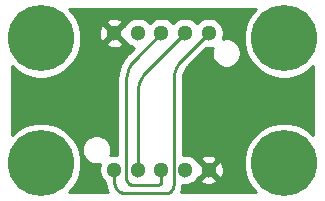
<source format=gbl>
%TF.GenerationSoftware,KiCad,Pcbnew,(5.1.10)-1*%
%TF.CreationDate,2021-09-16T22:13:13+09:00*%
%TF.ProjectId,EXTERNAL_LED_BOARD,45585445-524e-4414-9c5f-4c45445f424f,rev?*%
%TF.SameCoordinates,Original*%
%TF.FileFunction,Copper,L2,Bot*%
%TF.FilePolarity,Positive*%
%FSLAX46Y46*%
G04 Gerber Fmt 4.6, Leading zero omitted, Abs format (unit mm)*
G04 Created by KiCad (PCBNEW (5.1.10)-1) date 2021-09-16 22:13:13*
%MOMM*%
%LPD*%
G01*
G04 APERTURE LIST*
%TA.AperFunction,ComponentPad*%
%ADD10C,1.300000*%
%TD*%
%TA.AperFunction,ConnectorPad*%
%ADD11C,5.600000*%
%TD*%
%TA.AperFunction,ComponentPad*%
%ADD12C,3.600000*%
%TD*%
%TA.AperFunction,Conductor*%
%ADD13C,0.250000*%
%TD*%
%TA.AperFunction,Conductor*%
%ADD14C,0.254000*%
%TD*%
%TA.AperFunction,Conductor*%
%ADD15C,0.100000*%
%TD*%
G04 APERTURE END LIST*
D10*
%TO.P,J2,1*%
%TO.N,+5V*%
X138620000Y-93281500D03*
%TO.P,J2,2*%
%TO.N,/IN*%
X136620000Y-93281500D03*
%TO.P,J2,3*%
%TO.N,/OUT*%
X134620000Y-93281500D03*
%TO.P,J2,4*%
%TO.N,Net-(J2-Pad4)*%
X132620000Y-93281500D03*
%TO.P,J2,5*%
%TO.N,GND*%
X130620000Y-93281500D03*
%TD*%
%TO.P,J1,1*%
%TO.N,+5V*%
X130620000Y-104863900D03*
%TO.P,J1,2*%
%TO.N,/IN*%
X132620000Y-104863900D03*
%TO.P,J1,3*%
%TO.N,/OUT*%
X134620000Y-104863900D03*
%TO.P,J1,4*%
%TO.N,Net-(J1-Pad4)*%
X136620000Y-104863900D03*
%TO.P,J1,5*%
%TO.N,GND*%
X138620000Y-104863900D03*
%TD*%
D11*
%TO.P,H3,1*%
%TO.N,N/C*%
X124406000Y-104305500D03*
D12*
X124406000Y-104305500D03*
%TD*%
D11*
%TO.P,H4,1*%
%TO.N,N/C*%
X145006000Y-104305500D03*
D12*
X145006000Y-104305500D03*
%TD*%
D11*
%TO.P,H2,1*%
%TO.N,N/C*%
X145006000Y-93705501D03*
D12*
X145006000Y-93705501D03*
%TD*%
D11*
%TO.P,H1,1*%
%TO.N,N/C*%
X124406000Y-93705501D03*
D12*
X124406000Y-93705501D03*
%TD*%
D13*
%TO.N,+5V*%
X130620000Y-105783138D02*
X130621117Y-105851351D01*
X130621117Y-105851351D02*
X130624472Y-105917330D01*
X130624472Y-105917330D02*
X130630062Y-105981071D01*
X130630062Y-105981071D02*
X130637891Y-106042577D01*
X130637891Y-106042577D02*
X130647956Y-106101845D01*
X130647956Y-106101845D02*
X130660256Y-106158877D01*
X130660256Y-106158877D02*
X130674794Y-106213672D01*
X130674794Y-106213672D02*
X130691568Y-106266232D01*
X130691568Y-106266232D02*
X130710579Y-106316553D01*
X130710579Y-106316553D02*
X130731826Y-106364639D01*
X130731826Y-106364639D02*
X130755310Y-106410489D01*
X130755310Y-106410489D02*
X130781030Y-106454101D01*
X130781030Y-106454101D02*
X130808987Y-106495478D01*
X130808987Y-106495478D02*
X130839180Y-106534617D01*
X130839180Y-106534617D02*
X130871610Y-106571520D01*
X130871610Y-106571520D02*
X130906277Y-106606186D01*
X130906277Y-106606186D02*
X130943180Y-106638617D01*
X130943180Y-106638617D02*
X130982319Y-106668810D01*
X130982319Y-106668810D02*
X131023695Y-106696767D01*
X131023695Y-106696767D02*
X131067308Y-106722487D01*
X131067308Y-106722487D02*
X131113157Y-106745970D01*
X131113157Y-106745970D02*
X131161244Y-106767218D01*
X131161244Y-106767218D02*
X131211565Y-106786229D01*
X131211565Y-106786229D02*
X131264124Y-106803003D01*
X131264124Y-106803003D02*
X131318920Y-106817541D01*
X131318920Y-106817541D02*
X131375952Y-106829842D01*
X131375952Y-106829842D02*
X131435220Y-106839906D01*
X131435220Y-106839906D02*
X131496726Y-106847733D01*
X131496726Y-106847733D02*
X131560468Y-106853326D01*
X131560468Y-106853326D02*
X131626445Y-106856680D01*
X131626445Y-106856680D02*
X131694662Y-106857800D01*
X134861300Y-106857800D02*
X134911044Y-106856982D01*
X134911044Y-106856982D02*
X134959159Y-106854537D01*
X134959159Y-106854537D02*
X135005642Y-106850458D01*
X135005642Y-106850458D02*
X135050496Y-106844751D01*
X135050496Y-106844751D02*
X135093718Y-106837411D01*
X135093718Y-106837411D02*
X135135308Y-106828441D01*
X135135308Y-106828441D02*
X135175268Y-106817838D01*
X135175268Y-106817838D02*
X135213596Y-106805607D01*
X135213596Y-106805607D02*
X135250294Y-106791743D01*
X135250294Y-106791743D02*
X135285361Y-106776247D01*
X135285361Y-106776247D02*
X135318795Y-106759123D01*
X135318795Y-106759123D02*
X135350601Y-106740366D01*
X135350601Y-106740366D02*
X135380774Y-106719979D01*
X135380774Y-106719979D02*
X135409318Y-106697960D01*
X135409318Y-106697960D02*
X135436228Y-106674310D01*
X135436228Y-106674310D02*
X135461509Y-106649029D01*
X135461509Y-106649029D02*
X135485159Y-106622118D01*
X135485159Y-106622118D02*
X135507178Y-106593576D01*
X135507178Y-106593576D02*
X135527565Y-106563401D01*
X135527565Y-106563401D02*
X135546322Y-106531597D01*
X135546322Y-106531597D02*
X135563447Y-106498161D01*
X135563447Y-106498161D02*
X135578941Y-106463094D01*
X135578941Y-106463094D02*
X135592805Y-106426398D01*
X135592805Y-106426398D02*
X135605038Y-106388068D01*
X135605038Y-106388068D02*
X135615639Y-106348109D01*
X135615639Y-106348109D02*
X135624610Y-106306518D01*
X135624610Y-106306518D02*
X135631950Y-106263297D01*
X135631950Y-106263297D02*
X135637658Y-106218443D01*
X135637658Y-106218443D02*
X135641735Y-106171960D01*
X135641735Y-106171960D02*
X135644182Y-106123845D01*
X135644182Y-106123845D02*
X135644999Y-106074101D01*
X131694662Y-106857800D02*
X134861300Y-106857800D01*
X130620000Y-104863900D02*
X130620000Y-105783138D01*
X135644999Y-97256501D02*
X135644999Y-106074101D01*
X135644999Y-97256501D02*
X135647906Y-97138041D01*
X135647906Y-97138041D02*
X135656623Y-97019866D01*
X135656623Y-97019866D02*
X135671128Y-96902262D01*
X135671128Y-96902262D02*
X135691386Y-96785511D01*
X135691386Y-96785511D02*
X135717349Y-96669894D01*
X135717349Y-96669894D02*
X135748953Y-96555691D01*
X135748953Y-96555691D02*
X135786123Y-96443176D01*
X135786123Y-96443176D02*
X135828769Y-96332621D01*
X135828769Y-96332621D02*
X135876788Y-96224291D01*
X135876788Y-96224291D02*
X135930065Y-96118448D01*
X135930065Y-96118448D02*
X135988471Y-96015347D01*
X135988471Y-96015347D02*
X136051866Y-95915235D01*
X136051866Y-95915235D02*
X136120097Y-95818355D01*
X136120097Y-95818355D02*
X136192999Y-95724939D01*
X136192999Y-95724939D02*
X136270397Y-95635214D01*
X136270397Y-95635214D02*
X136352105Y-95549394D01*
X136352105Y-95549394D02*
X138620000Y-93281500D01*
%TO.N,/IN*%
X133327106Y-96574393D02*
X136620000Y-93281500D01*
X133327106Y-96574393D02*
X133245398Y-96660212D01*
X133245398Y-96660212D02*
X133168000Y-96749938D01*
X133168000Y-96749938D02*
X133095098Y-96843354D01*
X133095098Y-96843354D02*
X133026867Y-96940234D01*
X133026867Y-96940234D02*
X132963472Y-97040345D01*
X132963472Y-97040345D02*
X132905066Y-97143447D01*
X132905066Y-97143447D02*
X132851789Y-97249290D01*
X132851789Y-97249290D02*
X132803770Y-97357620D01*
X132803770Y-97357620D02*
X132761124Y-97468175D01*
X132761124Y-97468175D02*
X132723954Y-97580690D01*
X132723954Y-97580690D02*
X132692350Y-97694893D01*
X132692350Y-97694893D02*
X132666387Y-97810510D01*
X132666387Y-97810510D02*
X132646129Y-97927261D01*
X132646129Y-97927261D02*
X132631624Y-98044865D01*
X132631624Y-98044865D02*
X132622907Y-98163040D01*
X132622907Y-98163040D02*
X132620000Y-98281500D01*
X132620000Y-98281500D02*
X132620000Y-104863900D01*
%TO.N,/OUT*%
X132245100Y-106146600D02*
X132207007Y-106145974D01*
X132207007Y-106145974D02*
X132170164Y-106144100D01*
X132170164Y-106144100D02*
X132134570Y-106140978D01*
X132134570Y-106140978D02*
X132100225Y-106136607D01*
X132100225Y-106136607D02*
X132067129Y-106130987D01*
X132067129Y-106130987D02*
X132035282Y-106124119D01*
X132035282Y-106124119D02*
X132004684Y-106116000D01*
X132004684Y-106116000D02*
X131975334Y-106106634D01*
X131975334Y-106106634D02*
X131947233Y-106096018D01*
X131947233Y-106096018D02*
X131920383Y-106084153D01*
X131920383Y-106084153D02*
X131894779Y-106071040D01*
X131894779Y-106071040D02*
X131870425Y-106056677D01*
X131870425Y-106056677D02*
X131847321Y-106041066D01*
X131847321Y-106041066D02*
X131825465Y-106024206D01*
X131825465Y-106024206D02*
X131804858Y-106006096D01*
X131804858Y-106006096D02*
X131785500Y-105986738D01*
X131785500Y-105986738D02*
X131767390Y-105966131D01*
X131767390Y-105966131D02*
X131750530Y-105944275D01*
X131750530Y-105944275D02*
X131734919Y-105921170D01*
X131734919Y-105921170D02*
X131720556Y-105896817D01*
X131720556Y-105896817D02*
X131707443Y-105871213D01*
X131707443Y-105871213D02*
X131695578Y-105844363D01*
X131695578Y-105844363D02*
X131684962Y-105816262D01*
X131684962Y-105816262D02*
X131675596Y-105786912D01*
X131675596Y-105786912D02*
X131667477Y-105756314D01*
X131667477Y-105756314D02*
X131660610Y-105724466D01*
X131660610Y-105724466D02*
X131654989Y-105691371D01*
X131654989Y-105691371D02*
X131650618Y-105657026D01*
X131650618Y-105657026D02*
X131647495Y-105621432D01*
X131647495Y-105621432D02*
X131645621Y-105584590D01*
X131645621Y-105584590D02*
X131644999Y-105546499D01*
X134620000Y-105778300D02*
X134619614Y-105801677D01*
X134619614Y-105801677D02*
X134618465Y-105824288D01*
X134618465Y-105824288D02*
X134616550Y-105846133D01*
X134616550Y-105846133D02*
X134613866Y-105867212D01*
X134613866Y-105867212D02*
X134610418Y-105887523D01*
X134610418Y-105887523D02*
X134606202Y-105907069D01*
X134606202Y-105907069D02*
X134601219Y-105925848D01*
X134601219Y-105925848D02*
X134595470Y-105943861D01*
X134595470Y-105943861D02*
X134588956Y-105961107D01*
X134588956Y-105961107D02*
X134581674Y-105977586D01*
X134581674Y-105977586D02*
X134573626Y-105993300D01*
X134573626Y-105993300D02*
X134564812Y-106008246D01*
X134564812Y-106008246D02*
X134555230Y-106022427D01*
X134555230Y-106022427D02*
X134544882Y-106035840D01*
X134544882Y-106035840D02*
X134533769Y-106048487D01*
X134533769Y-106048487D02*
X134521887Y-106060368D01*
X134521887Y-106060368D02*
X134509241Y-106071483D01*
X134509241Y-106071483D02*
X134495827Y-106081831D01*
X134495827Y-106081831D02*
X134481647Y-106091411D01*
X134481647Y-106091411D02*
X134466700Y-106100226D01*
X134466700Y-106100226D02*
X134450986Y-106108274D01*
X134450986Y-106108274D02*
X134434507Y-106115556D01*
X134434507Y-106115556D02*
X134417261Y-106122071D01*
X134417261Y-106122071D02*
X134399249Y-106127819D01*
X134399249Y-106127819D02*
X134380468Y-106132802D01*
X134380468Y-106132802D02*
X134360925Y-106137017D01*
X134360925Y-106137017D02*
X134340612Y-106140467D01*
X134340612Y-106140467D02*
X134319533Y-106143149D01*
X134319533Y-106143149D02*
X134297687Y-106145065D01*
X134297687Y-106145065D02*
X134275077Y-106146216D01*
X134275077Y-106146216D02*
X134251700Y-106146600D01*
X132245100Y-106146600D02*
X134251700Y-106146600D01*
X134620000Y-105778300D02*
X134620000Y-104863900D01*
X131644999Y-97256501D02*
X131644999Y-105546499D01*
X131644999Y-97256501D02*
X131647906Y-97138041D01*
X131647906Y-97138041D02*
X131656623Y-97019866D01*
X131656623Y-97019866D02*
X131671128Y-96902262D01*
X131671128Y-96902262D02*
X131691386Y-96785511D01*
X131691386Y-96785511D02*
X131717349Y-96669894D01*
X131717349Y-96669894D02*
X131748953Y-96555691D01*
X131748953Y-96555691D02*
X131786123Y-96443176D01*
X131786123Y-96443176D02*
X131828769Y-96332621D01*
X131828769Y-96332621D02*
X131876788Y-96224291D01*
X131876788Y-96224291D02*
X131930065Y-96118448D01*
X131930065Y-96118448D02*
X131988471Y-96015347D01*
X131988471Y-96015347D02*
X132051866Y-95915235D01*
X132051866Y-95915235D02*
X132120097Y-95818355D01*
X132120097Y-95818355D02*
X132192999Y-95724939D01*
X132192999Y-95724939D02*
X132270397Y-95635214D01*
X132270397Y-95635214D02*
X132352105Y-95549394D01*
X132352105Y-95549394D02*
X134620000Y-93281500D01*
%TD*%
D14*
%TO.N,GND*%
X142337862Y-91515816D02*
X141961943Y-92078419D01*
X141703006Y-92703549D01*
X141571000Y-93367183D01*
X141571000Y-94043819D01*
X141703006Y-94707453D01*
X141961943Y-95332583D01*
X142337862Y-95895186D01*
X142816315Y-96373639D01*
X143378918Y-96749558D01*
X144004048Y-97008495D01*
X144667682Y-97140501D01*
X145344318Y-97140501D01*
X146007952Y-97008495D01*
X146633082Y-96749558D01*
X147195685Y-96373639D01*
X147470999Y-96098325D01*
X147471001Y-101912678D01*
X147195685Y-101637362D01*
X146633082Y-101261443D01*
X146007952Y-101002506D01*
X145344318Y-100870500D01*
X144667682Y-100870500D01*
X144004048Y-101002506D01*
X143378918Y-101261443D01*
X142816315Y-101637362D01*
X142337862Y-102115815D01*
X141961943Y-102678418D01*
X141703006Y-103303548D01*
X141571000Y-103967182D01*
X141571000Y-104643818D01*
X141703006Y-105307452D01*
X141961943Y-105932582D01*
X142337862Y-106495185D01*
X142613177Y-106770500D01*
X136274779Y-106770500D01*
X136276698Y-106766620D01*
X136282531Y-106751180D01*
X136289195Y-106736098D01*
X136295709Y-106716299D01*
X136297595Y-106711308D01*
X136305475Y-106693034D01*
X136310784Y-106676400D01*
X136316951Y-106660076D01*
X136322124Y-106640866D01*
X136323449Y-106636716D01*
X136330053Y-106619036D01*
X136334792Y-106601174D01*
X136340409Y-106583573D01*
X136344357Y-106565118D01*
X136345227Y-106561838D01*
X136350682Y-106544846D01*
X136354799Y-106525758D01*
X136359800Y-106506908D01*
X136362661Y-106489311D01*
X136363204Y-106486793D01*
X136367631Y-106470569D01*
X136371066Y-106450341D01*
X136375396Y-106430267D01*
X136377316Y-106413542D01*
X136377626Y-106411715D01*
X136381156Y-106396273D01*
X136383870Y-106374943D01*
X136387472Y-106353735D01*
X136388581Y-106337926D01*
X136388742Y-106336662D01*
X136391489Y-106322037D01*
X136393454Y-106299638D01*
X136396290Y-106277350D01*
X136396712Y-106262486D01*
X136396787Y-106261639D01*
X136398857Y-106247846D01*
X136400045Y-106224491D01*
X136402090Y-106201175D01*
X136401941Y-106187218D01*
X136401969Y-106186656D01*
X136403466Y-106173653D01*
X136403864Y-106149398D01*
X136404787Y-106131266D01*
X136493439Y-106148900D01*
X136746561Y-106148900D01*
X136994821Y-106099519D01*
X137228676Y-106002653D01*
X137439140Y-105862025D01*
X137551738Y-105749427D01*
X137914078Y-105749427D01*
X137967466Y-105978101D01*
X138197374Y-106083995D01*
X138443524Y-106143002D01*
X138696455Y-106152852D01*
X138946449Y-106113170D01*
X139183896Y-106025478D01*
X139272534Y-105978101D01*
X139325922Y-105749427D01*
X138620000Y-105043505D01*
X137914078Y-105749427D01*
X137551738Y-105749427D01*
X137618125Y-105683040D01*
X137699267Y-105561603D01*
X137734473Y-105569822D01*
X138440395Y-104863900D01*
X138799605Y-104863900D01*
X139505527Y-105569822D01*
X139734201Y-105516434D01*
X139840095Y-105286526D01*
X139899102Y-105040376D01*
X139908952Y-104787445D01*
X139869270Y-104537451D01*
X139781578Y-104300004D01*
X139734201Y-104211366D01*
X139505527Y-104157978D01*
X138799605Y-104863900D01*
X138440395Y-104863900D01*
X137734473Y-104157978D01*
X137699267Y-104166197D01*
X137618125Y-104044760D01*
X137551738Y-103978373D01*
X137914078Y-103978373D01*
X138620000Y-104684295D01*
X139325922Y-103978373D01*
X139272534Y-103749699D01*
X139042626Y-103643805D01*
X138796476Y-103584798D01*
X138543545Y-103574948D01*
X138293551Y-103614630D01*
X138056104Y-103702322D01*
X137967466Y-103749699D01*
X137914078Y-103978373D01*
X137551738Y-103978373D01*
X137439140Y-103865775D01*
X137228676Y-103725147D01*
X136994821Y-103628281D01*
X136746561Y-103578900D01*
X136493439Y-103578900D01*
X136404999Y-103596491D01*
X136404999Y-97265811D01*
X136407219Y-97175337D01*
X136413192Y-97094373D01*
X136423129Y-97013804D01*
X136437007Y-96933824D01*
X136454791Y-96854628D01*
X136476447Y-96776370D01*
X136501911Y-96699292D01*
X136531133Y-96623538D01*
X136564030Y-96549322D01*
X136600527Y-96476816D01*
X136640536Y-96406189D01*
X136683977Y-96337589D01*
X136730717Y-96271223D01*
X136780668Y-96207217D01*
X136833684Y-96145758D01*
X136896102Y-96080198D01*
X138423677Y-94552624D01*
X138493439Y-94566500D01*
X138746561Y-94566500D01*
X138973872Y-94521286D01*
X138932460Y-94621264D01*
X138885000Y-94859863D01*
X138885000Y-95103137D01*
X138932460Y-95341736D01*
X139025557Y-95566492D01*
X139160713Y-95768767D01*
X139332733Y-95940787D01*
X139535008Y-96075943D01*
X139759764Y-96169040D01*
X139998363Y-96216500D01*
X140241637Y-96216500D01*
X140480236Y-96169040D01*
X140704992Y-96075943D01*
X140907267Y-95940787D01*
X141079287Y-95768767D01*
X141214443Y-95566492D01*
X141307540Y-95341736D01*
X141355000Y-95103137D01*
X141355000Y-94859863D01*
X141307540Y-94621264D01*
X141214443Y-94396508D01*
X141079287Y-94194233D01*
X140907267Y-94022213D01*
X140704992Y-93887057D01*
X140480236Y-93793960D01*
X140241637Y-93746500D01*
X139998363Y-93746500D01*
X139802095Y-93785540D01*
X139855619Y-93656321D01*
X139905000Y-93408061D01*
X139905000Y-93154939D01*
X139855619Y-92906679D01*
X139758753Y-92672824D01*
X139618125Y-92462360D01*
X139439140Y-92283375D01*
X139228676Y-92142747D01*
X138994821Y-92045881D01*
X138746561Y-91996500D01*
X138493439Y-91996500D01*
X138245179Y-92045881D01*
X138011324Y-92142747D01*
X137800860Y-92283375D01*
X137621875Y-92462360D01*
X137620000Y-92465166D01*
X137618125Y-92462360D01*
X137439140Y-92283375D01*
X137228676Y-92142747D01*
X136994821Y-92045881D01*
X136746561Y-91996500D01*
X136493439Y-91996500D01*
X136245179Y-92045881D01*
X136011324Y-92142747D01*
X135800860Y-92283375D01*
X135621875Y-92462360D01*
X135620000Y-92465166D01*
X135618125Y-92462360D01*
X135439140Y-92283375D01*
X135228676Y-92142747D01*
X134994821Y-92045881D01*
X134746561Y-91996500D01*
X134493439Y-91996500D01*
X134245179Y-92045881D01*
X134011324Y-92142747D01*
X133800860Y-92283375D01*
X133621875Y-92462360D01*
X133620000Y-92465166D01*
X133618125Y-92462360D01*
X133439140Y-92283375D01*
X133228676Y-92142747D01*
X132994821Y-92045881D01*
X132746561Y-91996500D01*
X132493439Y-91996500D01*
X132245179Y-92045881D01*
X132011324Y-92142747D01*
X131800860Y-92283375D01*
X131621875Y-92462360D01*
X131540733Y-92583797D01*
X131505527Y-92575578D01*
X130799605Y-93281500D01*
X131505527Y-93987422D01*
X131540733Y-93979203D01*
X131621875Y-94100640D01*
X131800860Y-94279625D01*
X132011324Y-94420253D01*
X132245179Y-94517119D01*
X132298895Y-94527803D01*
X131834503Y-94992195D01*
X131827422Y-94998303D01*
X131808091Y-95018607D01*
X131788306Y-95038392D01*
X131782384Y-95045608D01*
X131732830Y-95097656D01*
X131719306Y-95110532D01*
X131707107Y-95124673D01*
X131694229Y-95138200D01*
X131682741Y-95152921D01*
X131629701Y-95214407D01*
X131616823Y-95227934D01*
X131605336Y-95242653D01*
X131593138Y-95256794D01*
X131582382Y-95272066D01*
X131532431Y-95336073D01*
X131520231Y-95350216D01*
X131509474Y-95365490D01*
X131497984Y-95380213D01*
X131487994Y-95395989D01*
X131441239Y-95462376D01*
X131429750Y-95477098D01*
X131419760Y-95492874D01*
X131409007Y-95508142D01*
X131399802Y-95524390D01*
X131356355Y-95593001D01*
X131345607Y-95608262D01*
X131336406Y-95624504D01*
X131326409Y-95640291D01*
X131318009Y-95656980D01*
X131277996Y-95727612D01*
X131268000Y-95743397D01*
X131259599Y-95760087D01*
X131250398Y-95776329D01*
X131242833Y-95793395D01*
X131206321Y-95865934D01*
X131197117Y-95882180D01*
X131189550Y-95899252D01*
X131181153Y-95915933D01*
X131174432Y-95933356D01*
X131141526Y-96007591D01*
X131133131Y-96024269D01*
X131126410Y-96041692D01*
X131118840Y-96058770D01*
X131112982Y-96076502D01*
X131083757Y-96152265D01*
X131076193Y-96169329D01*
X131070339Y-96187051D01*
X131063613Y-96204486D01*
X131058629Y-96222497D01*
X131033166Y-96299574D01*
X131026440Y-96317011D01*
X131021455Y-96335024D01*
X131015602Y-96352742D01*
X131011513Y-96370950D01*
X130989853Y-96449220D01*
X130983996Y-96466950D01*
X130979904Y-96485171D01*
X130974922Y-96503175D01*
X130971729Y-96521577D01*
X130953939Y-96600801D01*
X130948958Y-96618799D01*
X130945766Y-96637197D01*
X130941674Y-96655418D01*
X130939388Y-96673954D01*
X130925506Y-96753957D01*
X130921414Y-96772179D01*
X130919128Y-96790716D01*
X130915935Y-96809116D01*
X130914561Y-96827738D01*
X130904622Y-96908325D01*
X130901429Y-96926726D01*
X130900055Y-96945353D01*
X130897769Y-96963887D01*
X130897311Y-96982555D01*
X130891337Y-97063541D01*
X130889051Y-97082075D01*
X130888593Y-97100739D01*
X130887219Y-97119365D01*
X130887678Y-97138040D01*
X130885915Y-97209872D01*
X130884999Y-97219169D01*
X130884999Y-97247184D01*
X130884312Y-97275178D01*
X130884999Y-97284490D01*
X130885000Y-103606437D01*
X130746561Y-103578900D01*
X130493439Y-103578900D01*
X130266128Y-103624114D01*
X130307540Y-103524136D01*
X130355000Y-103285537D01*
X130355000Y-103042263D01*
X130307540Y-102803664D01*
X130214443Y-102578908D01*
X130079287Y-102376633D01*
X129907267Y-102204613D01*
X129704992Y-102069457D01*
X129480236Y-101976360D01*
X129241637Y-101928900D01*
X128998363Y-101928900D01*
X128759764Y-101976360D01*
X128535008Y-102069457D01*
X128332733Y-102204613D01*
X128160713Y-102376633D01*
X128025557Y-102578908D01*
X127932460Y-102803664D01*
X127885000Y-103042263D01*
X127885000Y-103285537D01*
X127932460Y-103524136D01*
X128025557Y-103748892D01*
X128160713Y-103951167D01*
X128332733Y-104123187D01*
X128535008Y-104258343D01*
X128759764Y-104351440D01*
X128998363Y-104398900D01*
X129241637Y-104398900D01*
X129437905Y-104359860D01*
X129384381Y-104489079D01*
X129335000Y-104737339D01*
X129335000Y-104990461D01*
X129384381Y-105238721D01*
X129481247Y-105472576D01*
X129621875Y-105683040D01*
X129800860Y-105862025D01*
X129862036Y-105902901D01*
X129863328Y-105914133D01*
X129864266Y-105932582D01*
X129864117Y-105946535D01*
X129866160Y-105969835D01*
X129867349Y-105993210D01*
X129869421Y-106007014D01*
X129871009Y-106025120D01*
X129871432Y-106040001D01*
X129874267Y-106062273D01*
X129876230Y-106084657D01*
X129878980Y-106099300D01*
X129881261Y-106117218D01*
X129882369Y-106133013D01*
X129885972Y-106154228D01*
X129888689Y-106175575D01*
X129892218Y-106191010D01*
X129895249Y-106208855D01*
X129897167Y-106225575D01*
X129901499Y-106245663D01*
X129904935Y-106265894D01*
X129909359Y-106282108D01*
X129913233Y-106300070D01*
X129916098Y-106317689D01*
X129921096Y-106336526D01*
X129925208Y-106355594D01*
X129930665Y-106372596D01*
X129935475Y-106390725D01*
X129939421Y-106409170D01*
X129945040Y-106426777D01*
X129949783Y-106444654D01*
X129956388Y-106462334D01*
X129962248Y-106480697D01*
X129967420Y-106499903D01*
X129973587Y-106516227D01*
X129978896Y-106532862D01*
X129986776Y-106551137D01*
X129993808Y-106569751D01*
X130000328Y-106589565D01*
X130006991Y-106604645D01*
X130012819Y-106620071D01*
X130022069Y-106638770D01*
X130030390Y-106657601D01*
X130038374Y-106677874D01*
X130045463Y-106691714D01*
X130051752Y-106705948D01*
X130062477Y-106724932D01*
X130072170Y-106743858D01*
X130081708Y-106764401D01*
X130085305Y-106770500D01*
X126798823Y-106770500D01*
X127074138Y-106495185D01*
X127450057Y-105932582D01*
X127708994Y-105307452D01*
X127841000Y-104643818D01*
X127841000Y-103967182D01*
X127708994Y-103303548D01*
X127450057Y-102678418D01*
X127074138Y-102115815D01*
X126595685Y-101637362D01*
X126033082Y-101261443D01*
X125407952Y-101002506D01*
X124744318Y-100870500D01*
X124067682Y-100870500D01*
X123404048Y-101002506D01*
X122778918Y-101261443D01*
X122216315Y-101637362D01*
X121941000Y-101912677D01*
X121941000Y-96098324D01*
X122216315Y-96373639D01*
X122778918Y-96749558D01*
X123404048Y-97008495D01*
X124067682Y-97140501D01*
X124744318Y-97140501D01*
X125407952Y-97008495D01*
X126033082Y-96749558D01*
X126595685Y-96373639D01*
X127074138Y-95895186D01*
X127450057Y-95332583D01*
X127708994Y-94707453D01*
X127816492Y-94167027D01*
X129914078Y-94167027D01*
X129967466Y-94395701D01*
X130197374Y-94501595D01*
X130443524Y-94560602D01*
X130696455Y-94570452D01*
X130946449Y-94530770D01*
X131183896Y-94443078D01*
X131272534Y-94395701D01*
X131325922Y-94167027D01*
X130620000Y-93461105D01*
X129914078Y-94167027D01*
X127816492Y-94167027D01*
X127841000Y-94043819D01*
X127841000Y-93367183D01*
X127839165Y-93357955D01*
X129331048Y-93357955D01*
X129370730Y-93607949D01*
X129458422Y-93845396D01*
X129505799Y-93934034D01*
X129734473Y-93987422D01*
X130440395Y-93281500D01*
X129734473Y-92575578D01*
X129505799Y-92628966D01*
X129399905Y-92858874D01*
X129340898Y-93105024D01*
X129331048Y-93357955D01*
X127839165Y-93357955D01*
X127708994Y-92703549D01*
X127581593Y-92395973D01*
X129914078Y-92395973D01*
X130620000Y-93101895D01*
X131325922Y-92395973D01*
X131272534Y-92167299D01*
X131042626Y-92061405D01*
X130796476Y-92002398D01*
X130543545Y-91992548D01*
X130293551Y-92032230D01*
X130056104Y-92119922D01*
X129967466Y-92167299D01*
X129914078Y-92395973D01*
X127581593Y-92395973D01*
X127450057Y-92078419D01*
X127074138Y-91515816D01*
X126798823Y-91240501D01*
X142613177Y-91240501D01*
X142337862Y-91515816D01*
%TA.AperFunction,Conductor*%
D15*
G36*
X142337862Y-91515816D02*
G01*
X141961943Y-92078419D01*
X141703006Y-92703549D01*
X141571000Y-93367183D01*
X141571000Y-94043819D01*
X141703006Y-94707453D01*
X141961943Y-95332583D01*
X142337862Y-95895186D01*
X142816315Y-96373639D01*
X143378918Y-96749558D01*
X144004048Y-97008495D01*
X144667682Y-97140501D01*
X145344318Y-97140501D01*
X146007952Y-97008495D01*
X146633082Y-96749558D01*
X147195685Y-96373639D01*
X147470999Y-96098325D01*
X147471001Y-101912678D01*
X147195685Y-101637362D01*
X146633082Y-101261443D01*
X146007952Y-101002506D01*
X145344318Y-100870500D01*
X144667682Y-100870500D01*
X144004048Y-101002506D01*
X143378918Y-101261443D01*
X142816315Y-101637362D01*
X142337862Y-102115815D01*
X141961943Y-102678418D01*
X141703006Y-103303548D01*
X141571000Y-103967182D01*
X141571000Y-104643818D01*
X141703006Y-105307452D01*
X141961943Y-105932582D01*
X142337862Y-106495185D01*
X142613177Y-106770500D01*
X136274779Y-106770500D01*
X136276698Y-106766620D01*
X136282531Y-106751180D01*
X136289195Y-106736098D01*
X136295709Y-106716299D01*
X136297595Y-106711308D01*
X136305475Y-106693034D01*
X136310784Y-106676400D01*
X136316951Y-106660076D01*
X136322124Y-106640866D01*
X136323449Y-106636716D01*
X136330053Y-106619036D01*
X136334792Y-106601174D01*
X136340409Y-106583573D01*
X136344357Y-106565118D01*
X136345227Y-106561838D01*
X136350682Y-106544846D01*
X136354799Y-106525758D01*
X136359800Y-106506908D01*
X136362661Y-106489311D01*
X136363204Y-106486793D01*
X136367631Y-106470569D01*
X136371066Y-106450341D01*
X136375396Y-106430267D01*
X136377316Y-106413542D01*
X136377626Y-106411715D01*
X136381156Y-106396273D01*
X136383870Y-106374943D01*
X136387472Y-106353735D01*
X136388581Y-106337926D01*
X136388742Y-106336662D01*
X136391489Y-106322037D01*
X136393454Y-106299638D01*
X136396290Y-106277350D01*
X136396712Y-106262486D01*
X136396787Y-106261639D01*
X136398857Y-106247846D01*
X136400045Y-106224491D01*
X136402090Y-106201175D01*
X136401941Y-106187218D01*
X136401969Y-106186656D01*
X136403466Y-106173653D01*
X136403864Y-106149398D01*
X136404787Y-106131266D01*
X136493439Y-106148900D01*
X136746561Y-106148900D01*
X136994821Y-106099519D01*
X137228676Y-106002653D01*
X137439140Y-105862025D01*
X137551738Y-105749427D01*
X137914078Y-105749427D01*
X137967466Y-105978101D01*
X138197374Y-106083995D01*
X138443524Y-106143002D01*
X138696455Y-106152852D01*
X138946449Y-106113170D01*
X139183896Y-106025478D01*
X139272534Y-105978101D01*
X139325922Y-105749427D01*
X138620000Y-105043505D01*
X137914078Y-105749427D01*
X137551738Y-105749427D01*
X137618125Y-105683040D01*
X137699267Y-105561603D01*
X137734473Y-105569822D01*
X138440395Y-104863900D01*
X138799605Y-104863900D01*
X139505527Y-105569822D01*
X139734201Y-105516434D01*
X139840095Y-105286526D01*
X139899102Y-105040376D01*
X139908952Y-104787445D01*
X139869270Y-104537451D01*
X139781578Y-104300004D01*
X139734201Y-104211366D01*
X139505527Y-104157978D01*
X138799605Y-104863900D01*
X138440395Y-104863900D01*
X137734473Y-104157978D01*
X137699267Y-104166197D01*
X137618125Y-104044760D01*
X137551738Y-103978373D01*
X137914078Y-103978373D01*
X138620000Y-104684295D01*
X139325922Y-103978373D01*
X139272534Y-103749699D01*
X139042626Y-103643805D01*
X138796476Y-103584798D01*
X138543545Y-103574948D01*
X138293551Y-103614630D01*
X138056104Y-103702322D01*
X137967466Y-103749699D01*
X137914078Y-103978373D01*
X137551738Y-103978373D01*
X137439140Y-103865775D01*
X137228676Y-103725147D01*
X136994821Y-103628281D01*
X136746561Y-103578900D01*
X136493439Y-103578900D01*
X136404999Y-103596491D01*
X136404999Y-97265811D01*
X136407219Y-97175337D01*
X136413192Y-97094373D01*
X136423129Y-97013804D01*
X136437007Y-96933824D01*
X136454791Y-96854628D01*
X136476447Y-96776370D01*
X136501911Y-96699292D01*
X136531133Y-96623538D01*
X136564030Y-96549322D01*
X136600527Y-96476816D01*
X136640536Y-96406189D01*
X136683977Y-96337589D01*
X136730717Y-96271223D01*
X136780668Y-96207217D01*
X136833684Y-96145758D01*
X136896102Y-96080198D01*
X138423677Y-94552624D01*
X138493439Y-94566500D01*
X138746561Y-94566500D01*
X138973872Y-94521286D01*
X138932460Y-94621264D01*
X138885000Y-94859863D01*
X138885000Y-95103137D01*
X138932460Y-95341736D01*
X139025557Y-95566492D01*
X139160713Y-95768767D01*
X139332733Y-95940787D01*
X139535008Y-96075943D01*
X139759764Y-96169040D01*
X139998363Y-96216500D01*
X140241637Y-96216500D01*
X140480236Y-96169040D01*
X140704992Y-96075943D01*
X140907267Y-95940787D01*
X141079287Y-95768767D01*
X141214443Y-95566492D01*
X141307540Y-95341736D01*
X141355000Y-95103137D01*
X141355000Y-94859863D01*
X141307540Y-94621264D01*
X141214443Y-94396508D01*
X141079287Y-94194233D01*
X140907267Y-94022213D01*
X140704992Y-93887057D01*
X140480236Y-93793960D01*
X140241637Y-93746500D01*
X139998363Y-93746500D01*
X139802095Y-93785540D01*
X139855619Y-93656321D01*
X139905000Y-93408061D01*
X139905000Y-93154939D01*
X139855619Y-92906679D01*
X139758753Y-92672824D01*
X139618125Y-92462360D01*
X139439140Y-92283375D01*
X139228676Y-92142747D01*
X138994821Y-92045881D01*
X138746561Y-91996500D01*
X138493439Y-91996500D01*
X138245179Y-92045881D01*
X138011324Y-92142747D01*
X137800860Y-92283375D01*
X137621875Y-92462360D01*
X137620000Y-92465166D01*
X137618125Y-92462360D01*
X137439140Y-92283375D01*
X137228676Y-92142747D01*
X136994821Y-92045881D01*
X136746561Y-91996500D01*
X136493439Y-91996500D01*
X136245179Y-92045881D01*
X136011324Y-92142747D01*
X135800860Y-92283375D01*
X135621875Y-92462360D01*
X135620000Y-92465166D01*
X135618125Y-92462360D01*
X135439140Y-92283375D01*
X135228676Y-92142747D01*
X134994821Y-92045881D01*
X134746561Y-91996500D01*
X134493439Y-91996500D01*
X134245179Y-92045881D01*
X134011324Y-92142747D01*
X133800860Y-92283375D01*
X133621875Y-92462360D01*
X133620000Y-92465166D01*
X133618125Y-92462360D01*
X133439140Y-92283375D01*
X133228676Y-92142747D01*
X132994821Y-92045881D01*
X132746561Y-91996500D01*
X132493439Y-91996500D01*
X132245179Y-92045881D01*
X132011324Y-92142747D01*
X131800860Y-92283375D01*
X131621875Y-92462360D01*
X131540733Y-92583797D01*
X131505527Y-92575578D01*
X130799605Y-93281500D01*
X131505527Y-93987422D01*
X131540733Y-93979203D01*
X131621875Y-94100640D01*
X131800860Y-94279625D01*
X132011324Y-94420253D01*
X132245179Y-94517119D01*
X132298895Y-94527803D01*
X131834503Y-94992195D01*
X131827422Y-94998303D01*
X131808091Y-95018607D01*
X131788306Y-95038392D01*
X131782384Y-95045608D01*
X131732830Y-95097656D01*
X131719306Y-95110532D01*
X131707107Y-95124673D01*
X131694229Y-95138200D01*
X131682741Y-95152921D01*
X131629701Y-95214407D01*
X131616823Y-95227934D01*
X131605336Y-95242653D01*
X131593138Y-95256794D01*
X131582382Y-95272066D01*
X131532431Y-95336073D01*
X131520231Y-95350216D01*
X131509474Y-95365490D01*
X131497984Y-95380213D01*
X131487994Y-95395989D01*
X131441239Y-95462376D01*
X131429750Y-95477098D01*
X131419760Y-95492874D01*
X131409007Y-95508142D01*
X131399802Y-95524390D01*
X131356355Y-95593001D01*
X131345607Y-95608262D01*
X131336406Y-95624504D01*
X131326409Y-95640291D01*
X131318009Y-95656980D01*
X131277996Y-95727612D01*
X131268000Y-95743397D01*
X131259599Y-95760087D01*
X131250398Y-95776329D01*
X131242833Y-95793395D01*
X131206321Y-95865934D01*
X131197117Y-95882180D01*
X131189550Y-95899252D01*
X131181153Y-95915933D01*
X131174432Y-95933356D01*
X131141526Y-96007591D01*
X131133131Y-96024269D01*
X131126410Y-96041692D01*
X131118840Y-96058770D01*
X131112982Y-96076502D01*
X131083757Y-96152265D01*
X131076193Y-96169329D01*
X131070339Y-96187051D01*
X131063613Y-96204486D01*
X131058629Y-96222497D01*
X131033166Y-96299574D01*
X131026440Y-96317011D01*
X131021455Y-96335024D01*
X131015602Y-96352742D01*
X131011513Y-96370950D01*
X130989853Y-96449220D01*
X130983996Y-96466950D01*
X130979904Y-96485171D01*
X130974922Y-96503175D01*
X130971729Y-96521577D01*
X130953939Y-96600801D01*
X130948958Y-96618799D01*
X130945766Y-96637197D01*
X130941674Y-96655418D01*
X130939388Y-96673954D01*
X130925506Y-96753957D01*
X130921414Y-96772179D01*
X130919128Y-96790716D01*
X130915935Y-96809116D01*
X130914561Y-96827738D01*
X130904622Y-96908325D01*
X130901429Y-96926726D01*
X130900055Y-96945353D01*
X130897769Y-96963887D01*
X130897311Y-96982555D01*
X130891337Y-97063541D01*
X130889051Y-97082075D01*
X130888593Y-97100739D01*
X130887219Y-97119365D01*
X130887678Y-97138040D01*
X130885915Y-97209872D01*
X130884999Y-97219169D01*
X130884999Y-97247184D01*
X130884312Y-97275178D01*
X130884999Y-97284490D01*
X130885000Y-103606437D01*
X130746561Y-103578900D01*
X130493439Y-103578900D01*
X130266128Y-103624114D01*
X130307540Y-103524136D01*
X130355000Y-103285537D01*
X130355000Y-103042263D01*
X130307540Y-102803664D01*
X130214443Y-102578908D01*
X130079287Y-102376633D01*
X129907267Y-102204613D01*
X129704992Y-102069457D01*
X129480236Y-101976360D01*
X129241637Y-101928900D01*
X128998363Y-101928900D01*
X128759764Y-101976360D01*
X128535008Y-102069457D01*
X128332733Y-102204613D01*
X128160713Y-102376633D01*
X128025557Y-102578908D01*
X127932460Y-102803664D01*
X127885000Y-103042263D01*
X127885000Y-103285537D01*
X127932460Y-103524136D01*
X128025557Y-103748892D01*
X128160713Y-103951167D01*
X128332733Y-104123187D01*
X128535008Y-104258343D01*
X128759764Y-104351440D01*
X128998363Y-104398900D01*
X129241637Y-104398900D01*
X129437905Y-104359860D01*
X129384381Y-104489079D01*
X129335000Y-104737339D01*
X129335000Y-104990461D01*
X129384381Y-105238721D01*
X129481247Y-105472576D01*
X129621875Y-105683040D01*
X129800860Y-105862025D01*
X129862036Y-105902901D01*
X129863328Y-105914133D01*
X129864266Y-105932582D01*
X129864117Y-105946535D01*
X129866160Y-105969835D01*
X129867349Y-105993210D01*
X129869421Y-106007014D01*
X129871009Y-106025120D01*
X129871432Y-106040001D01*
X129874267Y-106062273D01*
X129876230Y-106084657D01*
X129878980Y-106099300D01*
X129881261Y-106117218D01*
X129882369Y-106133013D01*
X129885972Y-106154228D01*
X129888689Y-106175575D01*
X129892218Y-106191010D01*
X129895249Y-106208855D01*
X129897167Y-106225575D01*
X129901499Y-106245663D01*
X129904935Y-106265894D01*
X129909359Y-106282108D01*
X129913233Y-106300070D01*
X129916098Y-106317689D01*
X129921096Y-106336526D01*
X129925208Y-106355594D01*
X129930665Y-106372596D01*
X129935475Y-106390725D01*
X129939421Y-106409170D01*
X129945040Y-106426777D01*
X129949783Y-106444654D01*
X129956388Y-106462334D01*
X129962248Y-106480697D01*
X129967420Y-106499903D01*
X129973587Y-106516227D01*
X129978896Y-106532862D01*
X129986776Y-106551137D01*
X129993808Y-106569751D01*
X130000328Y-106589565D01*
X130006991Y-106604645D01*
X130012819Y-106620071D01*
X130022069Y-106638770D01*
X130030390Y-106657601D01*
X130038374Y-106677874D01*
X130045463Y-106691714D01*
X130051752Y-106705948D01*
X130062477Y-106724932D01*
X130072170Y-106743858D01*
X130081708Y-106764401D01*
X130085305Y-106770500D01*
X126798823Y-106770500D01*
X127074138Y-106495185D01*
X127450057Y-105932582D01*
X127708994Y-105307452D01*
X127841000Y-104643818D01*
X127841000Y-103967182D01*
X127708994Y-103303548D01*
X127450057Y-102678418D01*
X127074138Y-102115815D01*
X126595685Y-101637362D01*
X126033082Y-101261443D01*
X125407952Y-101002506D01*
X124744318Y-100870500D01*
X124067682Y-100870500D01*
X123404048Y-101002506D01*
X122778918Y-101261443D01*
X122216315Y-101637362D01*
X121941000Y-101912677D01*
X121941000Y-96098324D01*
X122216315Y-96373639D01*
X122778918Y-96749558D01*
X123404048Y-97008495D01*
X124067682Y-97140501D01*
X124744318Y-97140501D01*
X125407952Y-97008495D01*
X126033082Y-96749558D01*
X126595685Y-96373639D01*
X127074138Y-95895186D01*
X127450057Y-95332583D01*
X127708994Y-94707453D01*
X127816492Y-94167027D01*
X129914078Y-94167027D01*
X129967466Y-94395701D01*
X130197374Y-94501595D01*
X130443524Y-94560602D01*
X130696455Y-94570452D01*
X130946449Y-94530770D01*
X131183896Y-94443078D01*
X131272534Y-94395701D01*
X131325922Y-94167027D01*
X130620000Y-93461105D01*
X129914078Y-94167027D01*
X127816492Y-94167027D01*
X127841000Y-94043819D01*
X127841000Y-93367183D01*
X127839165Y-93357955D01*
X129331048Y-93357955D01*
X129370730Y-93607949D01*
X129458422Y-93845396D01*
X129505799Y-93934034D01*
X129734473Y-93987422D01*
X130440395Y-93281500D01*
X129734473Y-92575578D01*
X129505799Y-92628966D01*
X129399905Y-92858874D01*
X129340898Y-93105024D01*
X129331048Y-93357955D01*
X127839165Y-93357955D01*
X127708994Y-92703549D01*
X127581593Y-92395973D01*
X129914078Y-92395973D01*
X130620000Y-93101895D01*
X131325922Y-92395973D01*
X131272534Y-92167299D01*
X131042626Y-92061405D01*
X130796476Y-92002398D01*
X130543545Y-91992548D01*
X130293551Y-92032230D01*
X130056104Y-92119922D01*
X129967466Y-92167299D01*
X129914078Y-92395973D01*
X127581593Y-92395973D01*
X127450057Y-92078419D01*
X127074138Y-91515816D01*
X126798823Y-91240501D01*
X142613177Y-91240501D01*
X142337862Y-91515816D01*
G37*
%TD.AperFunction*%
%TD*%
M02*

</source>
